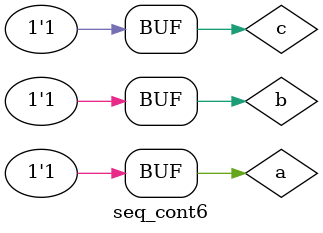
<source format=sv>
module seq_cont6;

// Further investigations into interleavings between
// procedural processes and continuous assignments:

logic a, b;

wire c = b;

always_comb begin
 $display("always_comb start");
 a = c;
 b = 1;
end

initial $monitor("%b%b%b", a, b, c);

// All the commercial simulators at EDA playground
// prints "111" and run the always_comb block twice
// whereas Icarus prints "x11" and runs the always_comb
// block only once.

// Somewhat of a borderline case if the above should
// be synthesisable. Yosys considers it synthesisable
// and gives the following:
//
// module seq_cont6;
//  wire a = 1'h1;
//  wire b = 1'h1;
//  wire c = 1'h1;
// endmodule

endmodule

</source>
